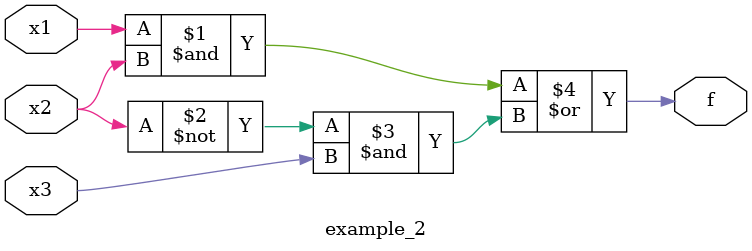
<source format=v>
module example_2(x1,x2,x3,f);
input x1,x2,x3;
output f;
assign f=(x1&x2)|(~x2&x3);
endmodule

</source>
